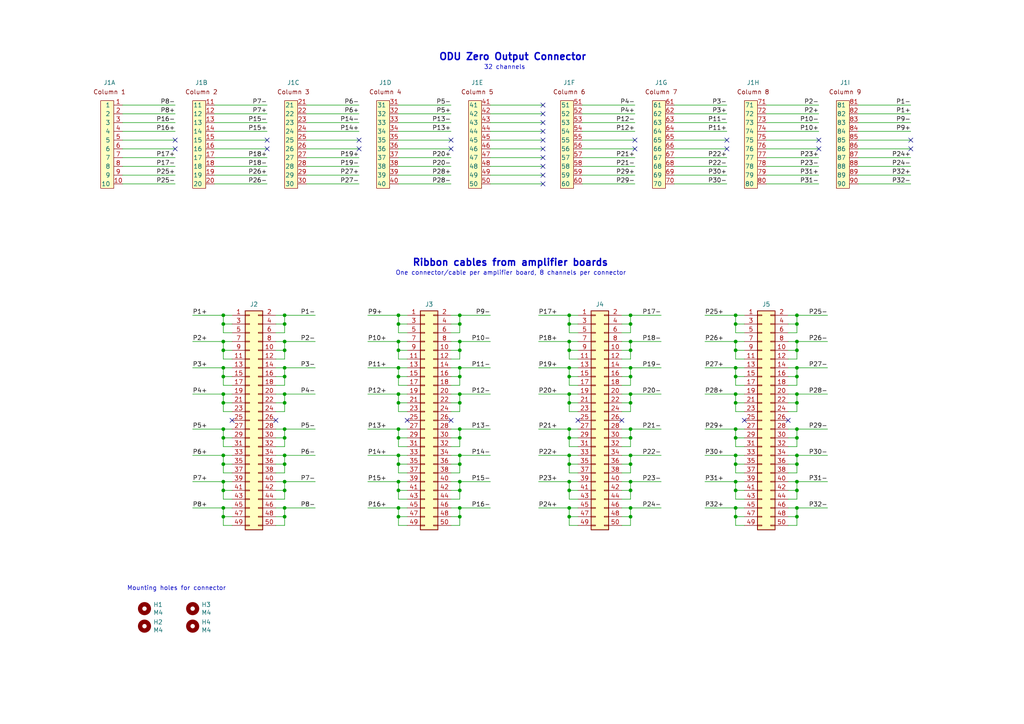
<source format=kicad_sch>
(kicad_sch (version 20250114) (generator "eeschema") (generator_version "9.0")
  (paper "A4")
  (title_block (title "Shim Amplifier: Output Connector Board") (rev "D2") (company "Martinos Center @ MGH") (comment 1 "Don Straney"))
  (lib_symbols
    (symbol "Connector_Generic:Conn_02x25_Odd_Even" (pin_names (offset 1.016) (hide yes))
      (property "Reference" "J" (at 1.27 33.02 0))
      (property "Value" "Conn_02x25_Odd_Even" (at 1.27 -33.02 0))
      (symbol "Conn_02x25_Odd_Even_1_1"
        (pin passive line (at -5.08 30.48 0) (length 3.81) (name "Pin_1") (number "1"))
        (pin passive line (at -5.08 27.94 0) (length 3.81) (name "Pin_3") (number "3"))
        (pin passive line (at -5.08 25.4 0) (length 3.81) (name "Pin_5") (number "5"))
        (pin passive line (at -5.08 22.86 0) (length 3.81) (name "Pin_7") (number "7"))
        (pin passive line (at -5.08 20.32 0) (length 3.81) (name "Pin_9") (number "9"))
        (pin passive line (at -5.08 17.78 0) (length 3.81) (name "Pin_11") (number "11"))
        (pin passive line (at -5.08 15.24 0) (length 3.81) (name "Pin_13") (number "13"))
        (pin passive line (at -5.08 12.7 0) (length 3.81) (name "Pin_15") (number "15"))
        (pin passive line (at -5.08 10.16 0) (length 3.81) (name "Pin_17") (number "17"))
        (pin passive line (at -5.08 7.62 0) (length 3.81) (name "Pin_19") (number "19"))
        (pin passive line (at -5.08 5.08 0) (length 3.81) (name "Pin_21") (number "21"))
        (pin passive line (at -5.08 2.54 0) (length 3.81) (name "Pin_23") (number "23"))
        (pin passive line (at -5.08 0 0) (length 3.81) (name "Pin_25") (number "25"))
        (pin passive line (at -5.08 -2.54 0) (length 3.81) (name "Pin_27") (number "27"))
        (pin passive line (at -5.08 -5.08 0) (length 3.81) (name "Pin_29") (number "29"))
        (pin passive line (at -5.08 -7.62 0) (length 3.81) (name "Pin_31") (number "31"))
        (pin passive line (at -5.08 -10.16 0) (length 3.81) (name "Pin_33") (number "33"))
        (pin passive line (at -5.08 -12.7 0) (length 3.81) (name "Pin_35") (number "35"))
        (pin passive line (at -5.08 -15.24 0) (length 3.81) (name "Pin_37") (number "37"))
        (pin passive line (at -5.08 -17.78 0) (length 3.81) (name "Pin_39") (number "39"))
        (pin passive line (at -5.08 -20.32 0) (length 3.81) (name "Pin_41") (number "41"))
        (pin passive line (at -5.08 -22.86 0) (length 3.81) (name "Pin_43") (number "43"))
        (pin passive line (at -5.08 -25.4 0) (length 3.81) (name "Pin_45") (number "45"))
        (pin passive line (at -5.08 -27.94 0) (length 3.81) (name "Pin_47") (number "47"))
        (pin passive line (at -5.08 -30.48 0) (length 3.81) (name "Pin_49") (number "49"))
        (pin passive line (at 7.62 30.48 180) (length 3.81) (name "Pin_2") (number "2"))
        (pin passive line (at 7.62 27.94 180) (length 3.81) (name "Pin_4") (number "4"))
        (pin passive line (at 7.62 25.4 180) (length 3.81) (name "Pin_6") (number "6"))
        (pin passive line (at 7.62 22.86 180) (length 3.81) (name "Pin_8") (number "8"))
        (pin passive line (at 7.62 20.32 180) (length 3.81) (name "Pin_10") (number "10"))
        (pin passive line (at 7.62 17.78 180) (length 3.81) (name "Pin_12") (number "12"))
        (pin passive line (at 7.62 15.24 180) (length 3.81) (name "Pin_14") (number "14"))
        (pin passive line (at 7.62 12.7 180) (length 3.81) (name "Pin_16") (number "16"))
        (pin passive line (at 7.62 10.16 180) (length 3.81) (name "Pin_18") (number "18"))
        (pin passive line (at 7.62 7.62 180) (length 3.81) (name "Pin_20") (number "20"))
        (pin passive line (at 7.62 5.08 180) (length 3.81) (name "Pin_22") (number "22"))
        (pin passive line (at 7.62 2.54 180) (length 3.81) (name "Pin_24") (number "24"))
        (pin passive line (at 7.62 0 180) (length 3.81) (name "Pin_26") (number "26"))
        (pin passive line (at 7.62 -2.54 180) (length 3.81) (name "Pin_28") (number "28"))
        (pin passive line (at 7.62 -5.08 180) (length 3.81) (name "Pin_30") (number "30"))
        (pin passive line (at 7.62 -7.62 180) (length 3.81) (name "Pin_32") (number "32"))
        (pin passive line (at 7.62 -10.16 180) (length 3.81) (name "Pin_34") (number "34"))
        (pin passive line (at 7.62 -12.7 180) (length 3.81) (name "Pin_36") (number "36"))
        (pin passive line (at 7.62 -15.24 180) (length 3.81) (name "Pin_38") (number "38"))
        (pin passive line (at 7.62 -17.78 180) (length 3.81) (name "Pin_40") (number "40"))
        (pin passive line (at 7.62 -20.32 180) (length 3.81) (name "Pin_42") (number "42"))
        (pin passive line (at 7.62 -22.86 180) (length 3.81) (name "Pin_44") (number "44"))
        (pin passive line (at 7.62 -25.4 180) (length 3.81) (name "Pin_46") (number "46"))
        (pin passive line (at 7.62 -27.94 180) (length 3.81) (name "Pin_48") (number "48"))
        (pin passive line (at 7.62 -30.48 180) (length 3.81) (name "Pin_50") (number "50"))
      )
    )
    (symbol "Mechanical:MountingHole" (pin_names (offset 1.016))
      (property "Reference" "H" (at 0 5.08 0))
      (property "Value" "MountingHole" (at 0 3.175 0))
    )
    (symbol "output-conn-ODU-10x9-32ch-rescue:ODU-MAC_Zero_10x9-Martinos" (pin_names (offset 1.016))
      (property "Reference" "J" (at -1.27 24.13 0))
      (property "Value" "ODU-MAC_Zero_10x9-Martinos" (at 0 21.59 0))
      (symbol "ODU-MAC_Zero_10x9-Martinos_1_0"
        (text "Column 1" (at 0 15.24 0) (effects (font (size 1.27 1.27))))
      )
      (symbol "ODU-MAC_Zero_10x9-Martinos_1_1"
        (pin passive line (at 3.81 11.43 180) (length 2.54) (name "1") (number "1"))
        (pin passive line (at 3.81 8.89 180) (length 2.54) (name "2") (number "2"))
        (pin passive line (at 3.81 6.35 180) (length 2.54) (name "3") (number "3"))
        (pin passive line (at 3.81 3.81 180) (length 2.54) (name "4") (number "4"))
        (pin passive line (at 3.81 1.27 180) (length 2.54) (name "5") (number "5"))
        (pin passive line (at 3.81 -1.27 180) (length 2.54) (name "6") (number "6"))
        (pin passive line (at 3.81 -3.81 180) (length 2.54) (name "7") (number "7"))
        (pin passive line (at 3.81 -6.35 180) (length 2.54) (name "8") (number "8"))
        (pin passive line (at 3.81 -8.89 180) (length 2.54) (name "9") (number "9"))
        (pin passive line (at 3.81 -11.43 180) (length 2.54) (name "10") (number "10"))
      )
      (symbol "ODU-MAC_Zero_10x9-Martinos_2_1"
        (text "Column 2" (at 0 15.24 0) (effects (font (size 1.27 1.27))))
        (pin passive line (at 3.81 11.43 180) (length 2.54) (name "11") (number "11"))
        (pin passive line (at 3.81 8.89 180) (length 2.54) (name "12") (number "12"))
        (pin passive line (at 3.81 6.35 180) (length 2.54) (name "13") (number "13"))
        (pin passive line (at 3.81 3.81 180) (length 2.54) (name "14") (number "14"))
        (pin passive line (at 3.81 1.27 180) (length 2.54) (name "15") (number "15"))
        (pin passive line (at 3.81 -1.27 180) (length 2.54) (name "16") (number "16"))
        (pin passive line (at 3.81 -3.81 180) (length 2.54) (name "17") (number "17"))
        (pin passive line (at 3.81 -6.35 180) (length 2.54) (name "18") (number "18"))
        (pin passive line (at 3.81 -8.89 180) (length 2.54) (name "19") (number "19"))
        (pin passive line (at 3.81 -11.43 180) (length 2.54) (name "20") (number "20"))
      )
      (symbol "ODU-MAC_Zero_10x9-Martinos_3_1"
        (text "Column 3" (at 0 15.24 0) (effects (font (size 1.27 1.27))))
        (pin passive line (at 3.81 11.43 180) (length 2.54) (name "21") (number "21"))
        (pin passive line (at 3.81 8.89 180) (length 2.54) (name "22") (number "22"))
        (pin passive line (at 3.81 6.35 180) (length 2.54) (name "23") (number "23"))
        (pin passive line (at 3.81 3.81 180) (length 2.54) (name "24") (number "24"))
        (pin passive line (at 3.81 1.27 180) (length 2.54) (name "25") (number "25"))
        (pin passive line (at 3.81 -1.27 180) (length 2.54) (name "26") (number "26"))
        (pin passive line (at 3.81 -3.81 180) (length 2.54) (name "27") (number "27"))
        (pin passive line (at 3.81 -6.35 180) (length 2.54) (name "28") (number "28"))
        (pin passive line (at 3.81 -8.89 180) (length 2.54) (name "29") (number "29"))
        (pin passive line (at 3.81 -11.43 180) (length 2.54) (name "30") (number "30"))
      )
      (symbol "ODU-MAC_Zero_10x9-Martinos_4_1"
        (text "Column 4" (at 0 15.24 0) (effects (font (size 1.27 1.27))))
        (pin passive line (at 3.81 11.43 180) (length 2.54) (name "31") (number "31"))
        (pin passive line (at 3.81 8.89 180) (length 2.54) (name "32") (number "32"))
        (pin passive line (at 3.81 6.35 180) (length 2.54) (name "33") (number "33"))
        (pin passive line (at 3.81 3.81 180) (length 2.54) (name "34") (number "34"))
        (pin passive line (at 3.81 1.27 180) (length 2.54) (name "35") (number "35"))
        (pin passive line (at 3.81 -1.27 180) (length 2.54) (name "36") (number "36"))
        (pin passive line (at 3.81 -3.81 180) (length 2.54) (name "37") (number "37"))
        (pin passive line (at 3.81 -6.35 180) (length 2.54) (name "38") (number "38"))
        (pin passive line (at 3.81 -8.89 180) (length 2.54) (name "39") (number "39"))
        (pin passive line (at 3.81 -11.43 180) (length 2.54) (name "40") (number "40"))
      )
      (symbol "ODU-MAC_Zero_10x9-Martinos_5_1"
        (text "Column 5" (at 0 15.24 0) (effects (font (size 1.27 1.27))))
        (pin passive line (at 3.81 11.43 180) (length 2.54) (name "41") (number "41"))
        (pin passive line (at 3.81 8.89 180) (length 2.54) (name "42") (number "42"))
        (pin passive line (at 3.81 6.35 180) (length 2.54) (name "43") (number "43"))
        (pin passive line (at 3.81 3.81 180) (length 2.54) (name "44") (number "44"))
        (pin passive line (at 3.81 1.27 180) (length 2.54) (name "45") (number "45"))
        (pin passive line (at 3.81 -1.27 180) (length 2.54) (name "46") (number "46"))
        (pin passive line (at 3.81 -3.81 180) (length 2.54) (name "47") (number "47"))
        (pin passive line (at 3.81 -6.35 180) (length 2.54) (name "48") (number "48"))
        (pin passive line (at 3.81 -8.89 180) (length 2.54) (name "49") (number "49"))
        (pin passive line (at 3.81 -11.43 180) (length 2.54) (name "50") (number "50"))
      )
      (symbol "ODU-MAC_Zero_10x9-Martinos_6_1"
        (text "Column 6" (at 0 15.24 0) (effects (font (size 1.27 1.27))))
        (pin passive line (at 3.81 11.43 180) (length 2.54) (name "51") (number "51"))
        (pin passive line (at 3.81 8.89 180) (length 2.54) (name "52") (number "52"))
        (pin passive line (at 3.81 6.35 180) (length 2.54) (name "53") (number "53"))
        (pin passive line (at 3.81 3.81 180) (length 2.54) (name "54") (number "54"))
        (pin passive line (at 3.81 1.27 180) (length 2.54) (name "55") (number "55"))
        (pin passive line (at 3.81 -1.27 180) (length 2.54) (name "56") (number "56"))
        (pin passive line (at 3.81 -3.81 180) (length 2.54) (name "57") (number "57"))
        (pin passive line (at 3.81 -6.35 180) (length 2.54) (name "58") (number "58"))
        (pin passive line (at 3.81 -8.89 180) (length 2.54) (name "59") (number "59"))
        (pin passive line (at 3.81 -11.43 180) (length 2.54) (name "60") (number "60"))
      )
      (symbol "ODU-MAC_Zero_10x9-Martinos_7_1"
        (text "Column 7" (at 0 15.24 0) (effects (font (size 1.27 1.27))))
        (pin passive line (at 3.81 11.43 180) (length 2.54) (name "61") (number "61"))
        (pin passive line (at 3.81 8.89 180) (length 2.54) (name "62") (number "62"))
        (pin passive line (at 3.81 6.35 180) (length 2.54) (name "63") (number "63"))
        (pin passive line (at 3.81 3.81 180) (length 2.54) (name "64") (number "64"))
        (pin passive line (at 3.81 1.27 180) (length 2.54) (name "65") (number "65"))
        (pin passive line (at 3.81 -1.27 180) (length 2.54) (name "66") (number "66"))
        (pin passive line (at 3.81 -3.81 180) (length 2.54) (name "67") (number "67"))
        (pin passive line (at 3.81 -6.35 180) (length 2.54) (name "68") (number "68"))
        (pin passive line (at 3.81 -8.89 180) (length 2.54) (name "69") (number "69"))
        (pin passive line (at 3.81 -11.43 180) (length 2.54) (name "70") (number "70"))
      )
      (symbol "ODU-MAC_Zero_10x9-Martinos_8_1"
        (text "Column 8" (at 0 15.24 0) (effects (font (size 1.27 1.27))))
        (pin passive line (at 3.81 11.43 180) (length 2.54) (name "71") (number "71"))
        (pin passive line (at 3.81 8.89 180) (length 2.54) (name "72") (number "72"))
        (pin passive line (at 3.81 6.35 180) (length 2.54) (name "73") (number "73"))
        (pin passive line (at 3.81 3.81 180) (length 2.54) (name "74") (number "74"))
        (pin passive line (at 3.81 1.27 180) (length 2.54) (name "75") (number "75"))
        (pin passive line (at 3.81 -1.27 180) (length 2.54) (name "76") (number "76"))
        (pin passive line (at 3.81 -3.81 180) (length 2.54) (name "77") (number "77"))
        (pin passive line (at 3.81 -6.35 180) (length 2.54) (name "78") (number "78"))
        (pin passive line (at 3.81 -8.89 180) (length 2.54) (name "79") (number "79"))
        (pin passive line (at 3.81 -11.43 180) (length 2.54) (name "80") (number "80"))
      )
      (symbol "ODU-MAC_Zero_10x9-Martinos_9_1"
        (text "Column 9" (at 0 15.24 0) (effects (font (size 1.27 1.27))))
        (pin passive line (at 3.81 11.43 180) (length 2.54) (name "81") (number "81"))
        (pin passive line (at 3.81 8.89 180) (length 2.54) (name "82") (number "82"))
        (pin passive line (at 3.81 6.35 180) (length 2.54) (name "83") (number "83"))
        (pin passive line (at 3.81 3.81 180) (length 2.54) (name "84") (number "84"))
        (pin passive line (at 3.81 1.27 180) (length 2.54) (name "85") (number "85"))
        (pin passive line (at 3.81 -1.27 180) (length 2.54) (name "86") (number "86"))
        (pin passive line (at 3.81 -3.81 180) (length 2.54) (name "87") (number "87"))
        (pin passive line (at 3.81 -6.35 180) (length 2.54) (name "88") (number "88"))
        (pin passive line (at 3.81 -8.89 180) (length 2.54) (name "89") (number "89"))
        (pin passive line (at 3.81 -11.43 180) (length 2.54) (name "90") (number "90"))
      )
    )
  )
  (text "ODU Zero Output Connector" (at 170.18 17.78 0) (effects (font (size 2.0066 2.0066) (thickness 0.4013) (bold yes)) (justify right bottom)))
  (text "32 channels" (at 152.4 20.32 0) (effects (font (size 1.27 1.27)) (justify right bottom)))
  (text "Mounting holes for connector" (at 36.83 171.45 0) (effects (font (size 1.27 1.27)) (justify left bottom)))
  (text "One connector/cable per amplifier board, 8 channels per connector" (at 181.61 80.01 0) (effects (font (size 1.27 1.27)) (justify right bottom)))
  (text "Ribbon cables from amplifier boards" (at 176.53 77.47 0) (effects (font (size 2.0066 2.0066) (thickness 0.4013) (bold yes)) (justify right bottom)))
  (junction (at 182.88 134.62))
  (junction (at 165.1 132.08))
  (junction (at 82.55 91.44))
  (junction (at 182.88 124.46))
  (junction (at 64.77 149.86))
  (junction (at 64.77 139.7))
  (junction (at 115.57 132.08))
  (junction (at 115.57 134.62))
  (junction (at 115.57 93.98))
  (junction (at 165.1 149.86))
  (junction (at 115.57 147.32))
  (junction (at 165.1 139.7))
  (junction (at 182.88 149.86))
  (junction (at 64.77 114.3))
  (junction (at 165.1 106.68))
  (junction (at 165.1 99.06))
  (junction (at 231.14 93.98))
  (junction (at 182.88 139.7))
  (junction (at 82.55 132.08))
  (junction (at 82.55 149.86))
  (junction (at 133.35 149.86))
  (junction (at 182.88 109.22))
  (junction (at 231.14 142.24))
  (junction (at 82.55 114.3))
  (junction (at 82.55 116.84))
  (junction (at 213.36 91.44))
  (junction (at 133.35 147.32))
  (junction (at 165.1 116.84))
  (junction (at 133.35 114.3))
  (junction (at 182.88 114.3))
  (junction (at 213.36 132.08))
  (junction (at 213.36 127))
  (junction (at 213.36 147.32))
  (junction (at 64.77 147.32))
  (junction (at 213.36 142.24))
  (junction (at 133.35 93.98))
  (junction (at 231.14 127))
  (junction (at 213.36 106.68))
  (junction (at 165.1 91.44))
  (junction (at 64.77 127))
  (junction (at 82.55 109.22))
  (junction (at 165.1 127))
  (junction (at 133.35 142.24))
  (junction (at 64.77 142.24))
  (junction (at 133.35 124.46))
  (junction (at 64.77 99.06))
  (junction (at 82.55 139.7))
  (junction (at 165.1 147.32))
  (junction (at 133.35 109.22))
  (junction (at 165.1 101.6))
  (junction (at 231.14 99.06))
  (junction (at 165.1 109.22))
  (junction (at 182.88 127))
  (junction (at 82.55 127))
  (junction (at 182.88 101.6))
  (junction (at 133.35 127))
  (junction (at 165.1 142.24))
  (junction (at 231.14 91.44))
  (junction (at 133.35 106.68))
  (junction (at 231.14 132.08))
  (junction (at 165.1 134.62))
  (junction (at 182.88 91.44))
  (junction (at 231.14 149.86))
  (junction (at 115.57 114.3))
  (junction (at 182.88 99.06))
  (junction (at 213.36 116.84))
  (junction (at 115.57 91.44))
  (junction (at 182.88 93.98))
  (junction (at 82.55 99.06))
  (junction (at 165.1 124.46))
  (junction (at 64.77 124.46))
  (junction (at 115.57 109.22))
  (junction (at 133.35 116.84))
  (junction (at 115.57 99.06))
  (junction (at 182.88 147.32))
  (junction (at 165.1 114.3))
  (junction (at 64.77 134.62))
  (junction (at 115.57 116.84))
  (junction (at 231.14 139.7))
  (junction (at 182.88 106.68))
  (junction (at 231.14 116.84))
  (junction (at 231.14 109.22))
  (junction (at 213.36 139.7))
  (junction (at 231.14 134.62))
  (junction (at 64.77 116.84))
  (junction (at 213.36 93.98))
  (junction (at 182.88 132.08))
  (junction (at 82.55 147.32))
  (junction (at 133.35 139.7))
  (junction (at 231.14 124.46))
  (junction (at 64.77 93.98))
  (junction (at 213.36 109.22))
  (junction (at 82.55 124.46))
  (junction (at 213.36 134.62))
  (junction (at 182.88 142.24))
  (junction (at 213.36 149.86))
  (junction (at 133.35 101.6))
  (junction (at 213.36 124.46))
  (junction (at 231.14 114.3))
  (junction (at 213.36 99.06))
  (junction (at 82.55 134.62))
  (junction (at 64.77 101.6))
  (junction (at 115.57 142.24))
  (junction (at 213.36 114.3))
  (junction (at 231.14 106.68))
  (junction (at 213.36 101.6))
  (junction (at 231.14 101.6))
  (junction (at 64.77 109.22))
  (junction (at 115.57 149.86))
  (junction (at 64.77 106.68))
  (junction (at 64.77 91.44))
  (junction (at 64.77 132.08))
  (junction (at 115.57 127))
  (junction (at 133.35 134.62))
  (junction (at 115.57 106.68))
  (junction (at 115.57 139.7))
  (junction (at 82.55 142.24))
  (junction (at 115.57 101.6))
  (junction (at 115.57 124.46))
  (junction (at 82.55 101.6))
  (junction (at 133.35 91.44))
  (junction (at 82.55 106.68))
  (junction (at 133.35 99.06))
  (junction (at 165.1 93.98))
  (junction (at 231.14 147.32))
  (junction (at 182.88 116.84))
  (junction (at 133.35 132.08))
  (junction (at 82.55 93.98))
  (no_connect (at 184.15 40.64))
  (no_connect (at 157.48 43.18))
  (no_connect (at 264.16 40.64))
  (no_connect (at 118.11 121.92))
  (no_connect (at 237.49 40.64))
  (no_connect (at 130.81 43.18))
  (no_connect (at 157.48 53.34))
  (no_connect (at 157.48 45.72))
  (no_connect (at 77.47 40.64))
  (no_connect (at 157.48 38.1))
  (no_connect (at 50.8 40.64))
  (no_connect (at 157.48 35.56))
  (no_connect (at 210.82 40.64))
  (no_connect (at 80.01 121.92))
  (no_connect (at 167.64 121.92))
  (no_connect (at 77.47 43.18))
  (no_connect (at 157.48 33.02))
  (no_connect (at 157.48 30.48))
  (no_connect (at 210.82 43.18))
  (no_connect (at 184.15 43.18))
  (no_connect (at 130.81 40.64))
  (no_connect (at 130.81 121.92))
  (no_connect (at 157.48 48.26))
  (no_connect (at 157.48 50.8))
  (no_connect (at 228.6 121.92))
  (no_connect (at 215.9 121.92))
  (no_connect (at 157.48 40.64))
  (no_connect (at 180.34 121.92))
  (no_connect (at 104.14 40.64))
  (no_connect (at 50.8 43.18))
  (no_connect (at 67.31 121.92))
  (no_connect (at 237.49 43.18))
  (no_connect (at 104.14 43.18))
  (no_connect (at 264.16 43.18))
  (wire (pts (xy 231.14 124.46) (xy 240.03 124.46)))
  (wire (pts (xy 231.14 147.32) (xy 240.03 147.32)))
  (wire (pts (xy 180.34 109.22) (xy 182.88 109.22)))
  (wire (pts (xy 215.9 109.22) (xy 213.36 109.22)))
  (wire (pts (xy 215.9 129.54) (xy 213.36 129.54)))
  (wire (pts (xy 180.34 106.68) (xy 182.88 106.68)))
  (wire (pts (xy 82.55 152.4) (xy 82.55 149.86)))
  (wire (pts (xy 115.57 144.78) (xy 115.57 142.24)))
  (wire (pts (xy 64.77 106.68) (xy 55.88 106.68)))
  (wire (pts (xy 82.55 147.32) (xy 91.44 147.32)))
  (wire (pts (xy 133.35 101.6) (xy 133.35 99.06)))
  (wire (pts (xy 142.24 30.48) (xy 157.48 30.48)))
  (wire (pts (xy 67.31 142.24) (xy 64.77 142.24)))
  (wire (pts (xy 165.1 99.06) (xy 156.21 99.06)))
  (wire (pts (xy 231.14 137.16) (xy 231.14 134.62)))
  (wire (pts (xy 180.34 134.62) (xy 182.88 134.62)))
  (wire (pts (xy 165.1 119.38) (xy 165.1 116.84)))
  (wire (pts (xy 231.14 111.76) (xy 231.14 109.22)))
  (wire (pts (xy 231.14 132.08) (xy 240.03 132.08)))
  (wire (pts (xy 231.14 149.86) (xy 231.14 147.32)))
  (wire (pts (xy 168.91 40.64) (xy 184.15 40.64)))
  (wire (pts (xy 165.1 144.78) (xy 165.1 142.24)))
  (wire (pts (xy 248.92 50.8) (xy 264.16 50.8)))
  (wire (pts (xy 231.14 152.4) (xy 231.14 149.86)))
  (wire (pts (xy 64.77 99.06) (xy 55.88 99.06)))
  (wire (pts (xy 228.6 124.46) (xy 231.14 124.46)))
  (wire (pts (xy 118.11 134.62) (xy 115.57 134.62)))
  (wire (pts (xy 167.64 114.3) (xy 165.1 114.3)))
  (wire (pts (xy 168.91 35.56) (xy 184.15 35.56)))
  (wire (pts (xy 67.31 96.52) (xy 64.77 96.52)))
  (wire (pts (xy 213.36 142.24) (xy 213.36 139.7)))
  (wire (pts (xy 222.25 33.02) (xy 237.49 33.02)))
  (wire (pts (xy 165.1 106.68) (xy 156.21 106.68)))
  (wire (pts (xy 165.1 93.98) (xy 165.1 91.44)))
  (wire (pts (xy 115.57 104.14) (xy 115.57 101.6)))
  (wire (pts (xy 67.31 149.86) (xy 64.77 149.86)))
  (wire (pts (xy 64.77 96.52) (xy 64.77 93.98)))
  (wire (pts (xy 180.34 119.38) (xy 182.88 119.38)))
  (wire (pts (xy 115.57 116.84) (xy 115.57 114.3)))
  (wire (pts (xy 118.11 124.46) (xy 115.57 124.46)))
  (wire (pts (xy 67.31 93.98) (xy 64.77 93.98)))
  (wire (pts (xy 115.57 38.1) (xy 130.81 38.1)))
  (wire (pts (xy 195.58 35.56) (xy 210.82 35.56)))
  (wire (pts (xy 213.36 119.38) (xy 213.36 116.84)))
  (wire (pts (xy 167.64 129.54) (xy 165.1 129.54)))
  (wire (pts (xy 213.36 139.7) (xy 204.47 139.7)))
  (wire (pts (xy 180.34 152.4) (xy 182.88 152.4)))
  (wire (pts (xy 228.6 139.7) (xy 231.14 139.7)))
  (wire (pts (xy 167.64 139.7) (xy 165.1 139.7)))
  (wire (pts (xy 180.34 142.24) (xy 182.88 142.24)))
  (wire (pts (xy 213.36 104.14) (xy 213.36 101.6)))
  (wire (pts (xy 82.55 96.52) (xy 82.55 93.98)))
  (wire (pts (xy 222.25 43.18) (xy 237.49 43.18)))
  (wire (pts (xy 215.9 99.06) (xy 213.36 99.06)))
  (wire (pts (xy 182.88 119.38) (xy 182.88 116.84)))
  (wire (pts (xy 130.81 147.32) (xy 133.35 147.32)))
  (wire (pts (xy 115.57 40.64) (xy 130.81 40.64)))
  (wire (pts (xy 182.88 109.22) (xy 182.88 106.68)))
  (wire (pts (xy 133.35 147.32) (xy 142.24 147.32)))
  (wire (pts (xy 64.77 132.08) (xy 55.88 132.08)))
  (wire (pts (xy 213.36 91.44) (xy 204.47 91.44)))
  (wire (pts (xy 165.1 149.86) (xy 165.1 147.32)))
  (wire (pts (xy 180.34 101.6) (xy 182.88 101.6)))
  (wire (pts (xy 82.55 132.08) (xy 91.44 132.08)))
  (wire (pts (xy 80.01 104.14) (xy 82.55 104.14)))
  (wire (pts (xy 88.9 35.56) (xy 104.14 35.56)))
  (wire (pts (xy 130.81 111.76) (xy 133.35 111.76)))
  (wire (pts (xy 115.57 132.08) (xy 106.68 132.08)))
  (wire (pts (xy 80.01 129.54) (xy 82.55 129.54)))
  (wire (pts (xy 165.1 91.44) (xy 156.21 91.44)))
  (wire (pts (xy 82.55 119.38) (xy 82.55 116.84)))
  (wire (pts (xy 222.25 50.8) (xy 237.49 50.8)))
  (wire (pts (xy 182.88 152.4) (xy 182.88 149.86)))
  (wire (pts (xy 228.6 132.08) (xy 231.14 132.08)))
  (wire (pts (xy 118.11 127) (xy 115.57 127)))
  (wire (pts (xy 62.23 40.64) (xy 77.47 40.64)))
  (wire (pts (xy 64.77 114.3) (xy 55.88 114.3)))
  (wire (pts (xy 180.34 111.76) (xy 182.88 111.76)))
  (wire (pts (xy 64.77 137.16) (xy 64.77 134.62)))
  (wire (pts (xy 115.57 53.34) (xy 130.81 53.34)))
  (wire (pts (xy 115.57 127) (xy 115.57 124.46)))
  (wire (pts (xy 222.25 35.56) (xy 237.49 35.56)))
  (wire (pts (xy 130.81 96.52) (xy 133.35 96.52)))
  (wire (pts (xy 167.64 132.08) (xy 165.1 132.08)))
  (wire (pts (xy 115.57 48.26) (xy 130.81 48.26)))
  (wire (pts (xy 182.88 96.52) (xy 182.88 93.98)))
  (wire (pts (xy 130.81 149.86) (xy 133.35 149.86)))
  (wire (pts (xy 82.55 129.54) (xy 82.55 127)))
  (wire (pts (xy 82.55 144.78) (xy 82.55 142.24)))
  (wire (pts (xy 130.81 142.24) (xy 133.35 142.24)))
  (wire (pts (xy 182.88 124.46) (xy 191.77 124.46)))
  (wire (pts (xy 167.64 106.68) (xy 165.1 106.68)))
  (wire (pts (xy 118.11 152.4) (xy 115.57 152.4)))
  (wire (pts (xy 167.64 144.78) (xy 165.1 144.78)))
  (wire (pts (xy 64.77 124.46) (xy 55.88 124.46)))
  (wire (pts (xy 167.64 116.84) (xy 165.1 116.84)))
  (wire (pts (xy 82.55 104.14) (xy 82.55 101.6)))
  (wire (pts (xy 118.11 116.84) (xy 115.57 116.84)))
  (wire (pts (xy 228.6 104.14) (xy 231.14 104.14)))
  (wire (pts (xy 35.56 45.72) (xy 50.8 45.72)))
  (wire (pts (xy 228.6 152.4) (xy 231.14 152.4)))
  (wire (pts (xy 228.6 114.3) (xy 231.14 114.3)))
  (wire (pts (xy 228.6 99.06) (xy 231.14 99.06)))
  (wire (pts (xy 228.6 144.78) (xy 231.14 144.78)))
  (wire (pts (xy 130.81 99.06) (xy 133.35 99.06)))
  (wire (pts (xy 213.36 132.08) (xy 204.47 132.08)))
  (wire (pts (xy 215.9 119.38) (xy 213.36 119.38)))
  (wire (pts (xy 167.64 111.76) (xy 165.1 111.76)))
  (wire (pts (xy 130.81 104.14) (xy 133.35 104.14)))
  (wire (pts (xy 165.1 142.24) (xy 165.1 139.7)))
  (wire (pts (xy 88.9 38.1) (xy 104.14 38.1)))
  (wire (pts (xy 130.81 139.7) (xy 133.35 139.7)))
  (wire (pts (xy 180.34 139.7) (xy 182.88 139.7)))
  (wire (pts (xy 115.57 147.32) (xy 106.68 147.32)))
  (wire (pts (xy 130.81 119.38) (xy 133.35 119.38)))
  (wire (pts (xy 215.9 139.7) (xy 213.36 139.7)))
  (wire (pts (xy 182.88 91.44) (xy 191.77 91.44)))
  (wire (pts (xy 165.1 137.16) (xy 165.1 134.62)))
  (wire (pts (xy 231.14 91.44) (xy 240.03 91.44)))
  (wire (pts (xy 213.36 99.06) (xy 204.47 99.06)))
  (wire (pts (xy 142.24 35.56) (xy 157.48 35.56)))
  (wire (pts (xy 182.88 116.84) (xy 182.88 114.3)))
  (wire (pts (xy 165.1 116.84) (xy 165.1 114.3)))
  (wire (pts (xy 118.11 91.44) (xy 115.57 91.44)))
  (wire (pts (xy 82.55 106.68) (xy 91.44 106.68)))
  (wire (pts (xy 35.56 35.56) (xy 50.8 35.56)))
  (wire (pts (xy 182.88 93.98) (xy 182.88 91.44)))
  (wire (pts (xy 180.34 147.32) (xy 182.88 147.32)))
  (wire (pts (xy 88.9 45.72) (xy 104.14 45.72)))
  (wire (pts (xy 213.36 127) (xy 213.36 124.46)))
  (wire (pts (xy 215.9 134.62) (xy 213.36 134.62)))
  (wire (pts (xy 228.6 119.38) (xy 231.14 119.38)))
  (wire (pts (xy 64.77 109.22) (xy 64.77 106.68)))
  (wire (pts (xy 222.25 38.1) (xy 237.49 38.1)))
  (wire (pts (xy 80.01 132.08) (xy 82.55 132.08)))
  (wire (pts (xy 35.56 50.8) (xy 50.8 50.8)))
  (wire (pts (xy 118.11 111.76) (xy 115.57 111.76)))
  (wire (pts (xy 80.01 144.78) (xy 82.55 144.78)))
  (wire (pts (xy 130.81 114.3) (xy 133.35 114.3)))
  (wire (pts (xy 213.36 152.4) (xy 213.36 149.86)))
  (wire (pts (xy 62.23 43.18) (xy 77.47 43.18)))
  (wire (pts (xy 228.6 147.32) (xy 231.14 147.32)))
  (wire (pts (xy 130.81 109.22) (xy 133.35 109.22)))
  (wire (pts (xy 67.31 134.62) (xy 64.77 134.62)))
  (wire (pts (xy 215.9 137.16) (xy 213.36 137.16)))
  (wire (pts (xy 180.34 149.86) (xy 182.88 149.86)))
  (wire (pts (xy 64.77 129.54) (xy 64.77 127)))
  (wire (pts (xy 231.14 96.52) (xy 231.14 93.98)))
  (wire (pts (xy 228.6 91.44) (xy 231.14 91.44)))
  (wire (pts (xy 64.77 147.32) (xy 55.88 147.32)))
  (wire (pts (xy 168.91 50.8) (xy 184.15 50.8)))
  (wire (pts (xy 215.9 149.86) (xy 213.36 149.86)))
  (wire (pts (xy 165.1 101.6) (xy 165.1 99.06)))
  (wire (pts (xy 167.64 152.4) (xy 165.1 152.4)))
  (wire (pts (xy 142.24 38.1) (xy 157.48 38.1)))
  (wire (pts (xy 80.01 91.44) (xy 82.55 91.44)))
  (wire (pts (xy 213.36 111.76) (xy 213.36 109.22)))
  (wire (pts (xy 195.58 38.1) (xy 210.82 38.1)))
  (wire (pts (xy 62.23 53.34) (xy 77.47 53.34)))
  (wire (pts (xy 213.36 129.54) (xy 213.36 127)))
  (wire (pts (xy 82.55 101.6) (xy 82.55 99.06)))
  (wire (pts (xy 118.11 96.52) (xy 115.57 96.52)))
  (wire (pts (xy 182.88 149.86) (xy 182.88 147.32)))
  (wire (pts (xy 118.11 132.08) (xy 115.57 132.08)))
  (wire (pts (xy 67.31 144.78) (xy 64.77 144.78)))
  (wire (pts (xy 88.9 30.48) (xy 104.14 30.48)))
  (wire (pts (xy 180.34 137.16) (xy 182.88 137.16)))
  (wire (pts (xy 115.57 93.98) (xy 115.57 91.44)))
  (wire (pts (xy 62.23 35.56) (xy 77.47 35.56)))
  (wire (pts (xy 67.31 137.16) (xy 64.77 137.16)))
  (wire (pts (xy 167.64 149.86) (xy 165.1 149.86)))
  (wire (pts (xy 118.11 106.68) (xy 115.57 106.68)))
  (wire (pts (xy 213.36 93.98) (xy 213.36 91.44)))
  (wire (pts (xy 182.88 127) (xy 182.88 124.46)))
  (wire (pts (xy 195.58 43.18) (xy 210.82 43.18)))
  (wire (pts (xy 115.57 152.4) (xy 115.57 149.86)))
  (wire (pts (xy 168.91 43.18) (xy 184.15 43.18)))
  (wire (pts (xy 168.91 48.26) (xy 184.15 48.26)))
  (wire (pts (xy 248.92 48.26) (xy 264.16 48.26)))
  (wire (pts (xy 115.57 45.72) (xy 130.81 45.72)))
  (wire (pts (xy 88.9 50.8) (xy 104.14 50.8)))
  (wire (pts (xy 67.31 116.84) (xy 64.77 116.84)))
  (wire (pts (xy 215.9 127) (xy 213.36 127)))
  (wire (pts (xy 195.58 33.02) (xy 210.82 33.02)))
  (wire (pts (xy 67.31 114.3) (xy 64.77 114.3)))
  (wire (pts (xy 182.88 129.54) (xy 182.88 127)))
  (wire (pts (xy 215.9 132.08) (xy 213.36 132.08)))
  (wire (pts (xy 213.36 137.16) (xy 213.36 134.62)))
  (wire (pts (xy 133.35 111.76) (xy 133.35 109.22)))
  (wire (pts (xy 248.92 40.64) (xy 264.16 40.64)))
  (wire (pts (xy 167.64 96.52) (xy 165.1 96.52)))
  (wire (pts (xy 130.81 137.16) (xy 133.35 137.16)))
  (wire (pts (xy 195.58 45.72) (xy 210.82 45.72)))
  (wire (pts (xy 118.11 93.98) (xy 115.57 93.98)))
  (wire (pts (xy 215.9 142.24) (xy 213.36 142.24)))
  (wire (pts (xy 80.01 99.06) (xy 82.55 99.06)))
  (wire (pts (xy 82.55 109.22) (xy 82.55 106.68)))
  (wire (pts (xy 222.25 45.72) (xy 237.49 45.72)))
  (wire (pts (xy 88.9 48.26) (xy 104.14 48.26)))
  (wire (pts (xy 62.23 30.48) (xy 77.47 30.48)))
  (wire (pts (xy 182.88 104.14) (xy 182.88 101.6)))
  (wire (pts (xy 130.81 101.6) (xy 133.35 101.6)))
  (wire (pts (xy 82.55 91.44) (xy 91.44 91.44)))
  (wire (pts (xy 180.34 124.46) (xy 182.88 124.46)))
  (wire (pts (xy 165.1 134.62) (xy 165.1 132.08)))
  (wire (pts (xy 82.55 142.24) (xy 82.55 139.7)))
  (wire (pts (xy 130.81 124.46) (xy 133.35 124.46)))
  (wire (pts (xy 228.6 127) (xy 231.14 127)))
  (wire (pts (xy 67.31 119.38) (xy 64.77 119.38)))
  (wire (pts (xy 165.1 129.54) (xy 165.1 127)))
  (wire (pts (xy 35.56 38.1) (xy 50.8 38.1)))
  (wire (pts (xy 130.81 132.08) (xy 133.35 132.08)))
  (wire (pts (xy 64.77 139.7) (xy 55.88 139.7)))
  (wire (pts (xy 248.92 43.18) (xy 264.16 43.18)))
  (wire (pts (xy 130.81 93.98) (xy 133.35 93.98)))
  (wire (pts (xy 142.24 50.8) (xy 157.48 50.8)))
  (wire (pts (xy 133.35 116.84) (xy 133.35 114.3)))
  (wire (pts (xy 228.6 93.98) (xy 231.14 93.98)))
  (wire (pts (xy 35.56 43.18) (xy 50.8 43.18)))
  (wire (pts (xy 67.31 127) (xy 64.77 127)))
  (wire (pts (xy 222.25 30.48) (xy 237.49 30.48)))
  (wire (pts (xy 248.92 35.56) (xy 264.16 35.56)))
  (wire (pts (xy 118.11 101.6) (xy 115.57 101.6)))
  (wire (pts (xy 213.36 116.84) (xy 213.36 114.3)))
  (wire (pts (xy 62.23 38.1) (xy 77.47 38.1)))
  (wire (pts (xy 167.64 119.38) (xy 165.1 119.38)))
  (wire (pts (xy 115.57 149.86) (xy 115.57 147.32)))
  (wire (pts (xy 115.57 137.16) (xy 115.57 134.62)))
  (wire (pts (xy 130.81 134.62) (xy 133.35 134.62)))
  (wire (pts (xy 182.88 144.78) (xy 182.88 142.24)))
  (wire (pts (xy 231.14 93.98) (xy 231.14 91.44)))
  (wire (pts (xy 195.58 50.8) (xy 210.82 50.8)))
  (wire (pts (xy 67.31 132.08) (xy 64.77 132.08)))
  (wire (pts (xy 231.14 99.06) (xy 240.03 99.06)))
  (wire (pts (xy 222.25 40.64) (xy 237.49 40.64)))
  (wire (pts (xy 195.58 48.26) (xy 210.82 48.26)))
  (wire (pts (xy 215.9 116.84) (xy 213.36 116.84)))
  (wire (pts (xy 213.36 109.22) (xy 213.36 106.68)))
  (wire (pts (xy 64.77 93.98) (xy 64.77 91.44)))
  (wire (pts (xy 180.34 91.44) (xy 182.88 91.44)))
  (wire (pts (xy 133.35 91.44) (xy 142.24 91.44)))
  (wire (pts (xy 248.92 38.1) (xy 264.16 38.1)))
  (wire (pts (xy 248.92 45.72) (xy 264.16 45.72)))
  (wire (pts (xy 115.57 106.68) (xy 106.68 106.68)))
  (wire (pts (xy 215.9 104.14) (xy 213.36 104.14)))
  (wire (pts (xy 165.1 139.7) (xy 156.21 139.7)))
  (wire (pts (xy 133.35 149.86) (xy 133.35 147.32)))
  (wire (pts (xy 82.55 149.86) (xy 82.55 147.32)))
  (wire (pts (xy 180.34 104.14) (xy 182.88 104.14)))
  (wire (pts (xy 115.57 109.22) (xy 115.57 106.68)))
  (wire (pts (xy 118.11 104.14) (xy 115.57 104.14)))
  (wire (pts (xy 213.36 149.86) (xy 213.36 147.32)))
  (wire (pts (xy 115.57 50.8) (xy 130.81 50.8)))
  (wire (pts (xy 67.31 152.4) (xy 64.77 152.4)))
  (wire (pts (xy 180.34 129.54) (xy 182.88 129.54)))
  (wire (pts (xy 80.01 139.7) (xy 82.55 139.7)))
  (wire (pts (xy 182.88 132.08) (xy 191.77 132.08)))
  (wire (pts (xy 118.11 144.78) (xy 115.57 144.78)))
  (wire (pts (xy 231.14 142.24) (xy 231.14 139.7)))
  (wire (pts (xy 133.35 134.62) (xy 133.35 132.08)))
  (wire (pts (xy 115.57 114.3) (xy 106.68 114.3)))
  (wire (pts (xy 180.34 116.84) (xy 182.88 116.84)))
  (wire (pts (xy 82.55 111.76) (xy 82.55 109.22)))
  (wire (pts (xy 80.01 124.46) (xy 82.55 124.46)))
  (wire (pts (xy 228.6 111.76) (xy 231.14 111.76)))
  (wire (pts (xy 115.57 111.76) (xy 115.57 109.22)))
  (wire (pts (xy 80.01 134.62) (xy 82.55 134.62)))
  (wire (pts (xy 142.24 43.18) (xy 157.48 43.18)))
  (wire (pts (xy 231.14 127) (xy 231.14 124.46)))
  (wire (pts (xy 115.57 142.24) (xy 115.57 139.7)))
  (wire (pts (xy 115.57 101.6) (xy 115.57 99.06)))
  (wire (pts (xy 167.64 124.46) (xy 165.1 124.46)))
  (wire (pts (xy 118.11 109.22) (xy 115.57 109.22)))
  (wire (pts (xy 115.57 91.44) (xy 106.68 91.44)))
  (wire (pts (xy 64.77 144.78) (xy 64.77 142.24)))
  (wire (pts (xy 231.14 104.14) (xy 231.14 101.6)))
  (wire (pts (xy 82.55 139.7) (xy 91.44 139.7)))
  (wire (pts (xy 215.9 114.3) (xy 213.36 114.3)))
  (wire (pts (xy 215.9 93.98) (xy 213.36 93.98)))
  (wire (pts (xy 64.77 104.14) (xy 64.77 101.6)))
  (wire (pts (xy 115.57 30.48) (xy 130.81 30.48)))
  (wire (pts (xy 182.88 106.68) (xy 191.77 106.68)))
  (wire (pts (xy 228.6 106.68) (xy 231.14 106.68)))
  (wire (pts (xy 35.56 40.64) (xy 50.8 40.64)))
  (wire (pts (xy 231.14 106.68) (xy 240.03 106.68)))
  (wire (pts (xy 118.11 147.32) (xy 115.57 147.32)))
  (wire (pts (xy 248.92 53.34) (xy 264.16 53.34)))
  (wire (pts (xy 167.64 109.22) (xy 165.1 109.22)))
  (wire (pts (xy 180.34 144.78) (xy 182.88 144.78)))
  (wire (pts (xy 88.9 40.64) (xy 104.14 40.64)))
  (wire (pts (xy 222.25 53.34) (xy 237.49 53.34)))
  (wire (pts (xy 165.1 111.76) (xy 165.1 109.22)))
  (wire (pts (xy 67.31 104.14) (xy 64.77 104.14)))
  (wire (pts (xy 195.58 40.64) (xy 210.82 40.64)))
  (wire (pts (xy 80.01 149.86) (xy 82.55 149.86)))
  (wire (pts (xy 67.31 91.44) (xy 64.77 91.44)))
  (wire (pts (xy 67.31 124.46) (xy 64.77 124.46)))
  (wire (pts (xy 80.01 147.32) (xy 82.55 147.32)))
  (wire (pts (xy 215.9 124.46) (xy 213.36 124.46)))
  (wire (pts (xy 133.35 142.24) (xy 133.35 139.7)))
  (wire (pts (xy 80.01 127) (xy 82.55 127)))
  (wire (pts (xy 182.88 101.6) (xy 182.88 99.06)))
  (wire (pts (xy 213.36 124.46) (xy 204.47 124.46)))
  (wire (pts (xy 118.11 99.06) (xy 115.57 99.06)))
  (wire (pts (xy 64.77 152.4) (xy 64.77 149.86)))
  (wire (pts (xy 231.14 101.6) (xy 231.14 99.06)))
  (wire (pts (xy 133.35 124.46) (xy 142.24 124.46)))
  (wire (pts (xy 213.36 96.52) (xy 213.36 93.98)))
  (wire (pts (xy 215.9 106.68) (xy 213.36 106.68)))
  (wire (pts (xy 62.23 48.26) (xy 77.47 48.26)))
  (wire (pts (xy 231.14 144.78) (xy 231.14 142.24)))
  (wire (pts (xy 80.01 119.38) (xy 82.55 119.38)))
  (wire (pts (xy 133.35 144.78) (xy 133.35 142.24)))
  (wire (pts (xy 133.35 132.08) (xy 142.24 132.08)))
  (wire (pts (xy 67.31 106.68) (xy 64.77 106.68)))
  (wire (pts (xy 130.81 144.78) (xy 133.35 144.78)))
  (wire (pts (xy 167.64 104.14) (xy 165.1 104.14)))
  (wire (pts (xy 248.92 33.02) (xy 264.16 33.02)))
  (wire (pts (xy 248.92 30.48) (xy 264.16 30.48)))
  (wire (pts (xy 67.31 139.7) (xy 64.77 139.7)))
  (wire (pts (xy 228.6 149.86) (xy 231.14 149.86)))
  (wire (pts (xy 165.1 114.3) (xy 156.21 114.3)))
  (wire (pts (xy 167.64 142.24) (xy 165.1 142.24)))
  (wire (pts (xy 64.77 142.24) (xy 64.77 139.7)))
  (wire (pts (xy 228.6 129.54) (xy 231.14 129.54)))
  (wire (pts (xy 180.34 114.3) (xy 182.88 114.3)))
  (wire (pts (xy 118.11 137.16) (xy 115.57 137.16)))
  (wire (pts (xy 215.9 144.78) (xy 213.36 144.78)))
  (wire (pts (xy 133.35 127) (xy 133.35 124.46)))
  (wire (pts (xy 167.64 127) (xy 165.1 127)))
  (wire (pts (xy 133.35 137.16) (xy 133.35 134.62)))
  (wire (pts (xy 182.88 99.06) (xy 191.77 99.06)))
  (wire (pts (xy 195.58 30.48) (xy 210.82 30.48)))
  (wire (pts (xy 231.14 119.38) (xy 231.14 116.84)))
  (wire (pts (xy 130.81 127) (xy 133.35 127)))
  (wire (pts (xy 35.56 30.48) (xy 50.8 30.48)))
  (wire (pts (xy 133.35 96.52) (xy 133.35 93.98)))
  (wire (pts (xy 165.1 124.46) (xy 156.21 124.46)))
  (wire (pts (xy 213.36 101.6) (xy 213.36 99.06)))
  (wire (pts (xy 130.81 91.44) (xy 133.35 91.44)))
  (wire (pts (xy 82.55 134.62) (xy 82.55 132.08)))
  (wire (pts (xy 82.55 99.06) (xy 91.44 99.06)))
  (wire (pts (xy 228.6 142.24) (xy 231.14 142.24)))
  (wire (pts (xy 64.77 101.6) (xy 64.77 99.06)))
  (wire (pts (xy 133.35 93.98) (xy 133.35 91.44)))
  (wire (pts (xy 115.57 134.62) (xy 115.57 132.08)))
  (wire (pts (xy 80.01 96.52) (xy 82.55 96.52)))
  (wire (pts (xy 215.9 96.52) (xy 213.36 96.52)))
  (wire (pts (xy 88.9 43.18) (xy 104.14 43.18)))
  (wire (pts (xy 64.77 119.38) (xy 64.77 116.84)))
  (wire (pts (xy 64.77 127) (xy 64.77 124.46)))
  (wire (pts (xy 180.34 132.08) (xy 182.88 132.08)))
  (wire (pts (xy 88.9 53.34) (xy 104.14 53.34)))
  (wire (pts (xy 168.91 53.34) (xy 184.15 53.34)))
  (wire (pts (xy 215.9 152.4) (xy 213.36 152.4)))
  (wire (pts (xy 80.01 137.16) (xy 82.55 137.16)))
  (wire (pts (xy 64.77 149.86) (xy 64.77 147.32)))
  (wire (pts (xy 64.77 111.76) (xy 64.77 109.22)))
  (wire (pts (xy 133.35 114.3) (xy 142.24 114.3)))
  (wire (pts (xy 182.88 134.62) (xy 182.88 132.08)))
  (wire (pts (xy 168.91 45.72) (xy 184.15 45.72)))
  (wire (pts (xy 228.6 134.62) (xy 231.14 134.62)))
  (wire (pts (xy 215.9 91.44) (xy 213.36 91.44)))
  (wire (pts (xy 35.56 48.26) (xy 50.8 48.26)))
  (wire (pts (xy 167.64 99.06) (xy 165.1 99.06)))
  (wire (pts (xy 115.57 96.52) (xy 115.57 93.98)))
  (wire (pts (xy 231.14 114.3) (xy 240.03 114.3)))
  (wire (pts (xy 231.14 116.84) (xy 231.14 114.3)))
  (wire (pts (xy 165.1 96.52) (xy 165.1 93.98)))
  (wire (pts (xy 115.57 33.02) (xy 130.81 33.02)))
  (wire (pts (xy 142.24 40.64) (xy 157.48 40.64)))
  (wire (pts (xy 80.01 116.84) (xy 82.55 116.84)))
  (wire (pts (xy 228.6 109.22) (xy 231.14 109.22)))
  (wire (pts (xy 118.11 114.3) (xy 115.57 114.3)))
  (wire (pts (xy 115.57 129.54) (xy 115.57 127)))
  (wire (pts (xy 213.36 114.3) (xy 204.47 114.3)))
  (wire (pts (xy 82.55 93.98) (xy 82.55 91.44)))
  (wire (pts (xy 182.88 111.76) (xy 182.88 109.22)))
  (wire (pts (xy 228.6 137.16) (xy 231.14 137.16)))
  (wire (pts (xy 80.01 109.22) (xy 82.55 109.22)))
  (wire (pts (xy 80.01 106.68) (xy 82.55 106.68)))
  (wire (pts (xy 142.24 45.72) (xy 157.48 45.72)))
  (wire (pts (xy 182.88 137.16) (xy 182.88 134.62)))
  (wire (pts (xy 142.24 48.26) (xy 157.48 48.26)))
  (wire (pts (xy 182.88 147.32) (xy 191.77 147.32)))
  (wire (pts (xy 133.35 106.68) (xy 142.24 106.68)))
  (wire (pts (xy 213.36 106.68) (xy 204.47 106.68)))
  (wire (pts (xy 115.57 99.06) (xy 106.68 99.06)))
  (wire (pts (xy 142.24 33.02) (xy 157.48 33.02)))
  (wire (pts (xy 231.14 139.7) (xy 240.03 139.7)))
  (wire (pts (xy 167.64 137.16) (xy 165.1 137.16)))
  (wire (pts (xy 35.56 53.34) (xy 50.8 53.34)))
  (wire (pts (xy 82.55 127) (xy 82.55 124.46)))
  (wire (pts (xy 165.1 132.08) (xy 156.21 132.08)))
  (wire (pts (xy 167.64 91.44) (xy 165.1 91.44)))
  (wire (pts (xy 82.55 114.3) (xy 91.44 114.3)))
  (wire (pts (xy 118.11 139.7) (xy 115.57 139.7)))
  (wire (pts (xy 130.81 116.84) (xy 133.35 116.84)))
  (wire (pts (xy 182.88 139.7) (xy 191.77 139.7)))
  (wire (pts (xy 67.31 109.22) (xy 64.77 109.22)))
  (wire (pts (xy 64.77 91.44) (xy 55.88 91.44)))
  (wire (pts (xy 168.91 38.1) (xy 184.15 38.1)))
  (wire (pts (xy 133.35 109.22) (xy 133.35 106.68)))
  (wire (pts (xy 80.01 142.24) (xy 82.55 142.24)))
  (wire (pts (xy 180.34 93.98) (xy 182.88 93.98)))
  (wire (pts (xy 64.77 116.84) (xy 64.77 114.3)))
  (wire (pts (xy 180.34 127) (xy 182.88 127)))
  (wire (pts (xy 80.01 111.76) (xy 82.55 111.76)))
  (wire (pts (xy 80.01 101.6) (xy 82.55 101.6)))
  (wire (pts (xy 133.35 129.54) (xy 133.35 127)))
  (wire (pts (xy 222.25 48.26) (xy 237.49 48.26)))
  (wire (pts (xy 115.57 119.38) (xy 115.57 116.84)))
  (wire (pts (xy 130.81 106.68) (xy 133.35 106.68)))
  (wire (pts (xy 118.11 119.38) (xy 115.57 119.38)))
  (wire (pts (xy 165.1 152.4) (xy 165.1 149.86)))
  (wire (pts (xy 167.64 93.98) (xy 165.1 93.98)))
  (wire (pts (xy 165.1 109.22) (xy 165.1 106.68)))
  (wire (pts (xy 35.56 33.02) (xy 50.8 33.02)))
  (wire (pts (xy 142.24 53.34) (xy 157.48 53.34)))
  (wire (pts (xy 195.58 53.34) (xy 210.82 53.34)))
  (wire (pts (xy 133.35 152.4) (xy 133.35 149.86)))
  (wire (pts (xy 231.14 134.62) (xy 231.14 132.08)))
  (wire (pts (xy 67.31 147.32) (xy 64.77 147.32)))
  (wire (pts (xy 133.35 99.06) (xy 142.24 99.06)))
  (wire (pts (xy 167.64 134.62) (xy 165.1 134.62)))
  (wire (pts (xy 67.31 111.76) (xy 64.77 111.76)))
  (wire (pts (xy 231.14 109.22) (xy 231.14 106.68)))
  (wire (pts (xy 133.35 119.38) (xy 133.35 116.84)))
  (wire (pts (xy 62.23 45.72) (xy 77.47 45.72)))
  (wire (pts (xy 228.6 101.6) (xy 231.14 101.6)))
  (wire (pts (xy 115.57 124.46) (xy 106.68 124.46)))
  (wire (pts (xy 228.6 96.52) (xy 231.14 96.52)))
  (wire (pts (xy 118.11 129.54) (xy 115.57 129.54)))
  (wire (pts (xy 67.31 101.6) (xy 64.77 101.6)))
  (wire (pts (xy 115.57 139.7) (xy 106.68 139.7)))
  (wire (pts (xy 82.55 116.84) (xy 82.55 114.3)))
  (wire (pts (xy 62.23 33.02) (xy 77.47 33.02)))
  (wire (pts (xy 167.64 147.32) (xy 165.1 147.32)))
  (wire (pts (xy 80.01 152.4) (xy 82.55 152.4)))
  (wire (pts (xy 228.6 116.84) (xy 231.14 116.84)))
  (wire (pts (xy 64.77 134.62) (xy 64.77 132.08)))
  (wire (pts (xy 118.11 149.86) (xy 115.57 149.86)))
  (wire (pts (xy 133.35 104.14) (xy 133.35 101.6)))
  (wire (pts (xy 67.31 129.54) (xy 64.77 129.54)))
  (wire (pts (xy 213.36 147.32) (xy 204.47 147.32)))
  (wire (pts (xy 168.91 30.48) (xy 184.15 30.48)))
  (wire (pts (xy 80.01 93.98) (xy 82.55 93.98)))
  (wire (pts (xy 165.1 104.14) (xy 165.1 101.6)))
  (wire (pts (xy 213.36 144.78) (xy 213.36 142.24)))
  (wire (pts (xy 182.88 114.3) (xy 191.77 114.3)))
  (wire (pts (xy 82.55 124.46) (xy 91.44 124.46)))
  (wire (pts (xy 82.55 137.16) (xy 82.55 134.62)))
  (wire (pts (xy 165.1 147.32) (xy 156.21 147.32)))
  (wire (pts (xy 180.34 96.52) (xy 182.88 96.52)))
  (wire (pts (xy 167.64 101.6) (xy 165.1 101.6)))
  (wire (pts (xy 67.31 99.06) (xy 64.77 99.06)))
  (wire (pts (xy 215.9 147.32) (xy 213.36 147.32)))
  (wire (pts (xy 165.1 127) (xy 165.1 124.46)))
  (wire (pts (xy 215.9 111.76) (xy 213.36 111.76)))
  (wire (pts (xy 130.81 152.4) (xy 133.35 152.4)))
  (wire (pts (xy 182.88 142.24) (xy 182.88 139.7)))
  (wire (pts (xy 133.35 139.7) (xy 142.24 139.7)))
  (wire (pts (xy 88.9 33.02) (xy 104.14 33.02)))
  (wire (pts (xy 115.57 43.18) (xy 130.81 43.18)))
  (wire (pts (xy 62.23 50.8) (xy 77.47 50.8)))
  (wire (pts (xy 115.57 35.56) (xy 130.81 35.56)))
  (wire (pts (xy 130.81 129.54) (xy 133.35 129.54)))
  (wire (pts (xy 168.91 33.02) (xy 184.15 33.02)))
  (wire (pts (xy 80.01 114.3) (xy 82.55 114.3)))
  (wire (pts (xy 231.14 129.54) (xy 231.14 127)))
  (wire (pts (xy 213.36 134.62) (xy 213.36 132.08)))
  (wire (pts (xy 180.34 99.06) (xy 182.88 99.06)))
  (wire (pts (xy 215.9 101.6) (xy 213.36 101.6)))
  (wire (pts (xy 118.11 142.24) (xy 115.57 142.24)))
  (label "P12+" (at 106.68 114.3 0))
  (label "P31-" (at 237.49 53.34 180))
  (label "P5+" (at 130.81 33.02 180))
  (label "P10+" (at 237.49 38.1 180))
  (label "P12-" (at 142.24 114.3 180))
  (label "P31-" (at 240.03 139.7 180))
  (label "P19+" (at 104.14 45.72 180))
  (label "P25-" (at 50.8 53.34 180))
  (label "P4-" (at 91.44 114.3 180))
  (label "P24-" (at 191.77 147.32 180))
  (label "P18-" (at 191.77 99.06 180))
  (label "P32-" (at 240.03 147.32 180))
  (label "P9-" (at 264.16 35.56 180))
  (label "P9-" (at 142.24 91.44 180))
  (label "P8+" (at 55.88 147.32 0))
  (label "P7-" (at 77.47 30.48 180))
  (label "P26-" (at 77.47 53.34 180))
  (label "P25+" (at 204.47 91.44 0))
  (label "P28+" (at 130.81 50.8 180))
  (label "P30-" (at 240.03 132.08 180))
  (label "P24+" (at 156.21 147.32 0))
  (label "P24+" (at 264.16 45.72 180))
  (label "P15+" (at 106.68 139.7 0))
  (label "P20+" (at 130.81 45.72 180))
  (label "P19-" (at 191.77 106.68 180))
  (label "P30+" (at 204.47 132.08 0))
  (label "P6-" (at 91.44 132.08 180))
  (label "P14-" (at 142.24 132.08 180))
  (label "P17-" (at 50.8 48.26 180))
  (label "P26+" (at 77.47 50.8 180))
  (label "P27+" (at 204.47 106.68 0))
  (label "P21-" (at 191.77 124.46 180))
  (label "P16+" (at 106.68 147.32 0))
  (label "P5-" (at 130.81 30.48 180))
  (label "P8-" (at 91.44 147.32 180))
  (label "P11-" (at 142.24 106.68 180))
  (label "P32+" (at 204.47 147.32 0))
  (label "P12-" (at 184.15 35.56 180))
  (label "P5+" (at 55.88 124.46 0))
  (label "P21-" (at 184.15 48.26 180))
  (label "P3+" (at 210.82 33.02 180))
  (label "P2-" (at 91.44 99.06 180))
  (label "P28-" (at 130.81 53.34 180))
  (label "P13+" (at 106.68 124.46 0))
  (label "P6-" (at 104.14 30.48 180))
  (label "P17+" (at 50.8 45.72 180))
  (label "P12+" (at 184.15 38.1 180))
  (label "P3-" (at 91.44 106.68 180))
  (label "P32-" (at 264.16 53.34 180))
  (label "P14-" (at 104.14 35.56 180))
  (label "P25-" (at 240.03 91.44 180))
  (label "P28-" (at 240.03 114.3 180))
  (label "P15-" (at 77.47 35.56 180))
  (label "P31+" (at 237.49 50.8 180))
  (label "P23-" (at 237.49 48.26 180))
  (label "P2+" (at 237.49 33.02 180))
  (label "P4+" (at 55.88 114.3 0))
  (label "P7+" (at 55.88 139.7 0))
  (label "P16-" (at 142.24 147.32 180))
  (label "P24-" (at 264.16 48.26 180))
  (label "P10-" (at 142.24 99.06 180))
  (label "P21+" (at 184.15 45.72 180))
  (label "P1+" (at 55.88 91.44 0))
  (label "P22-" (at 191.77 132.08 180))
  (label "P21+" (at 156.21 124.46 0))
  (label "P2+" (at 55.88 99.06 0))
  (label "P19+" (at 156.21 106.68 0))
  (label "P18+" (at 77.47 45.72 180))
  (label "P23+" (at 237.49 45.72 180))
  (label "P27-" (at 104.14 53.34 180))
  (label "P11+" (at 106.68 106.68 0))
  (label "P29+" (at 204.47 124.46 0))
  (label "P4+" (at 184.15 33.02 180))
  (label "P22+" (at 210.82 45.72 180))
  (label "P10+" (at 106.68 99.06 0))
  (label "P3+" (at 55.88 106.68 0))
  (label "P31+" (at 204.47 139.7 0))
  (label "P13-" (at 130.81 35.56 180))
  (label "P20-" (at 191.77 114.3 180))
  (label "P16+" (at 50.8 38.1 180))
  (label "P2-" (at 237.49 30.48 180))
  (label "P25+" (at 50.8 50.8 180))
  (label "P9+" (at 106.68 91.44 0))
  (label "P1-" (at 91.44 91.44 180))
  (label "P8-" (at 50.8 30.48 180))
  (label "P11-" (at 210.82 35.56 180))
  (label "P32+" (at 264.16 50.8 180))
  (label "P28+" (at 204.47 114.3 0))
  (label "P27-" (at 240.03 106.68 180))
  (label "P29-" (at 240.03 124.46 180))
  (label "P16-" (at 50.8 35.56 180))
  (label "P17-" (at 191.77 91.44 180))
  (label "P26-" (at 240.03 99.06 180))
  (label "P7-" (at 91.44 139.7 180))
  (label "P19-" (at 104.14 48.26 180))
  (label "P17+" (at 156.21 91.44 0))
  (label "P18-" (at 77.47 48.26 180))
  (label "P23+" (at 156.21 139.7 0))
  (label "P11+" (at 210.82 38.1 180))
  (label "P4-" (at 184.15 30.48 180))
  (label "P14+" (at 106.68 132.08 0))
  (label "P13+" (at 130.81 38.1 180))
  (label "P9+" (at 264.16 38.1 180))
  (label "P15+" (at 77.47 38.1 180))
  (label "P29+" (at 184.15 50.8 180))
  (label "P26+" (at 204.47 99.06 0))
  (label "P8+" (at 50.8 33.02 180))
  (label "P7+" (at 77.47 33.02 180))
  (label "P3-" (at 210.82 30.48 180))
  (label "P29-" (at 184.15 53.34 180))
  (label "P22-" (at 210.82 48.26 180))
  (label "P23-" (at 191.77 139.7 180))
  (label "P15-" (at 142.24 139.7 180))
  (label "P20+" (at 156.21 114.3 0))
  (label "P20-" (at 130.81 48.26 180))
  (label "P6+" (at 55.88 132.08 0))
  (label "P18+" (at 156.21 99.06 0))
  (label "P13-" (at 142.24 124.46 180))
  (label "P30-" (at 210.82 53.34 180))
  (label "P10-" (at 237.49 35.56 180))
  (label "P14+" (at 104.14 38.1 180))
  (label "P5-" (at 91.44 124.46 180))
  (label "P27+" (at 104.14 50.8 180))
  (label "P6+" (at 104.14 33.02 180))
  (label "P1-" (at 264.16 30.48 180))
  (label "P30+" (at 210.82 50.8 180))
  (label "P1+" (at 264.16 33.02 180))
  (label "P22+" (at 156.21 132.08 0))
  (symbol (lib_id "output-conn-ODU-10x9-32ch-rescue:ODU-MAC_Zero_10x9-Martinos") (at 218.44 41.91 0) (unit 8)
    (property "Reference" "J1" (at 218.44 23.9522 0))
    (property "Value" "ODU-MAC_Zero_10x9" (effects (hide yes)))
    (property "Footprint" "Martinos:ODU-MAC_Zero_10x9" (effects (hide yes)))
  )
  (symbol (lib_id "Connector_Generic:Conn_02x25_Odd_Even") (at 220.98 121.92 0) (unit 1)
    (property "Reference" "J5" (at 222.25 88.265 0))
    (property "Value" "Conn_02x25_Odd_Even" (effects (hide yes)))
    (property "Footprint" "Martinos_std:PinHeader_2x25_P2.54mm_Vertical_Shrouded" (effects (hide yes)))
  )
  (symbol (lib_id "output-conn-ODU-10x9-32ch-rescue:ODU-MAC_Zero_10x9-Martinos") (at 31.75 41.91 0) (unit 1)
    (property "Reference" "J1" (at 31.75 23.9522 0))
    (property "Value" "ODU-MAC_Zero_10x9" (effects (hide yes)))
    (property "Footprint" "Martinos:ODU-MAC_Zero_10x9" (effects (hide yes)))
  )
  (symbol (lib_id "output-conn-ODU-10x9-32ch-rescue:ODU-MAC_Zero_10x9-Martinos") (at 58.42 41.91 0) (unit 2)
    (property "Reference" "J1" (at 58.42 23.9522 0))
    (property "Value" "ODU-MAC_Zero_10x9" (effects (hide yes)))
    (property "Footprint" "Martinos:ODU-MAC_Zero_10x9" (effects (hide yes)))
  )
  (symbol (lib_id "output-conn-ODU-10x9-32ch-rescue:ODU-MAC_Zero_10x9-Martinos") (at 85.09 41.91 0) (unit 3)
    (property "Reference" "J1" (at 85.09 23.9522 0))
    (property "Value" "ODU-MAC_Zero_10x9" (effects (hide yes)))
    (property "Footprint" "Martinos:ODU-MAC_Zero_10x9" (effects (hide yes)))
  )
  (symbol (lib_id "output-conn-ODU-10x9-32ch-rescue:ODU-MAC_Zero_10x9-Martinos") (at 111.76 41.91 0) (unit 4)
    (property "Reference" "J1" (at 111.76 23.9522 0))
    (property "Value" "ODU-MAC_Zero_10x9" (effects (hide yes)))
    (property "Footprint" "Martinos:ODU-MAC_Zero_10x9" (effects (hide yes)))
  )
  (symbol (lib_id "output-conn-ODU-10x9-32ch-rescue:ODU-MAC_Zero_10x9-Martinos") (at 138.43 41.91 0) (unit 5)
    (property "Reference" "J1" (at 138.43 23.9522 0))
    (property "Value" "ODU-MAC_Zero_10x9" (effects (hide yes)))
    (property "Footprint" "Martinos:ODU-MAC_Zero_10x9" (effects (hide yes)))
  )
  (symbol (lib_id "output-conn-ODU-10x9-32ch-rescue:ODU-MAC_Zero_10x9-Martinos") (at 165.1 41.91 0) (unit 6)
    (property "Reference" "J1" (at 165.1 23.9522 0))
    (property "Value" "ODU-MAC_Zero_10x9" (effects (hide yes)))
    (property "Footprint" "Martinos:ODU-MAC_Zero_10x9" (effects (hide yes)))
  )
  (symbol (lib_id "output-conn-ODU-10x9-32ch-rescue:ODU-MAC_Zero_10x9-Martinos") (at 191.77 41.91 0) (unit 7)
    (property "Reference" "J1" (at 191.77 23.9522 0))
    (property "Value" "ODU-MAC_Zero_10x9" (effects (hide yes)))
    (property "Footprint" "Martinos:ODU-MAC_Zero_10x9" (effects (hide yes)))
  )
  (symbol (lib_id "output-conn-ODU-10x9-32ch-rescue:ODU-MAC_Zero_10x9-Martinos") (at 245.11 41.91 0) (unit 9)
    (property "Reference" "J1" (at 245.11 23.9522 0))
    (property "Value" "ODU-MAC_Zero_10x9" (effects (hide yes)))
    (property "Footprint" "Martinos:ODU-MAC_Zero_10x9" (effects (hide yes)))
  )
  (symbol (lib_id "Connector_Generic:Conn_02x25_Odd_Even") (at 72.39 121.92 0) (unit 1)
    (property "Reference" "J2" (at 73.66 88.265 0))
    (property "Value" "Conn_02x25_Odd_Even" (effects (hide yes)))
    (property "Footprint" "Martinos_std:PinHeader_2x25_P2.54mm_Vertical_Shrouded" (effects (hide yes)))
  )
  (symbol (lib_id "Connector_Generic:Conn_02x25_Odd_Even") (at 123.19 121.92 0) (unit 1)
    (property "Reference" "J3" (at 124.46 88.265 0))
    (property "Value" "Conn_02x25_Odd_Even" (effects (hide yes)))
    (property "Footprint" "Martinos_std:PinHeader_2x25_P2.54mm_Vertical_Shrouded" (effects (hide yes)))
  )
  (symbol (lib_id "Connector_Generic:Conn_02x25_Odd_Even") (at 172.72 121.92 0) (unit 1)
    (property "Reference" "J4" (at 173.99 88.265 0))
    (property "Value" "Conn_02x25_Odd_Even" (effects (hide yes)))
    (property "Footprint" "Martinos_std:PinHeader_2x25_P2.54mm_Vertical_Shrouded" (effects (hide yes)))
  )
  (symbol (lib_id "Mechanical:MountingHole") (at 41.91 176.53 0) (unit 1)
    (property "Reference" "H1" (at 44.45 175.3616 0) (effects (justify left)))
    (property "Value" "M4" (at 44.45 177.673 0) (effects (justify left)))
    (property "Footprint" "MountingHole:MountingHole_4.3mm_M4" (effects (hide yes)))
  )
  (symbol (lib_id "Mechanical:MountingHole") (at 55.88 176.53 0) (unit 1)
    (property "Reference" "H3" (at 58.42 175.3616 0) (effects (justify left)))
    (property "Value" "M4" (at 58.42 177.673 0) (effects (justify left)))
    (property "Footprint" "MountingHole:MountingHole_4.3mm_M4" (effects (hide yes)))
  )
  (symbol (lib_id "Mechanical:MountingHole") (at 41.91 181.61 0) (unit 1)
    (property "Reference" "H2" (at 44.45 180.4416 0) (effects (justify left)))
    (property "Value" "M4" (at 44.45 182.753 0) (effects (justify left)))
    (property "Footprint" "MountingHole:MountingHole_4.3mm_M4" (effects (hide yes)))
  )
  (symbol (lib_id "Mechanical:MountingHole") (at 55.88 181.61 0) (unit 1)
    (property "Reference" "H4" (at 58.42 180.4416 0) (effects (justify left)))
    (property "Value" "M4" (at 58.42 182.753 0) (effects (justify left)))
    (property "Footprint" "MountingHole:MountingHole_4.3mm_M4" (effects (hide yes)))
  )
)
</source>
